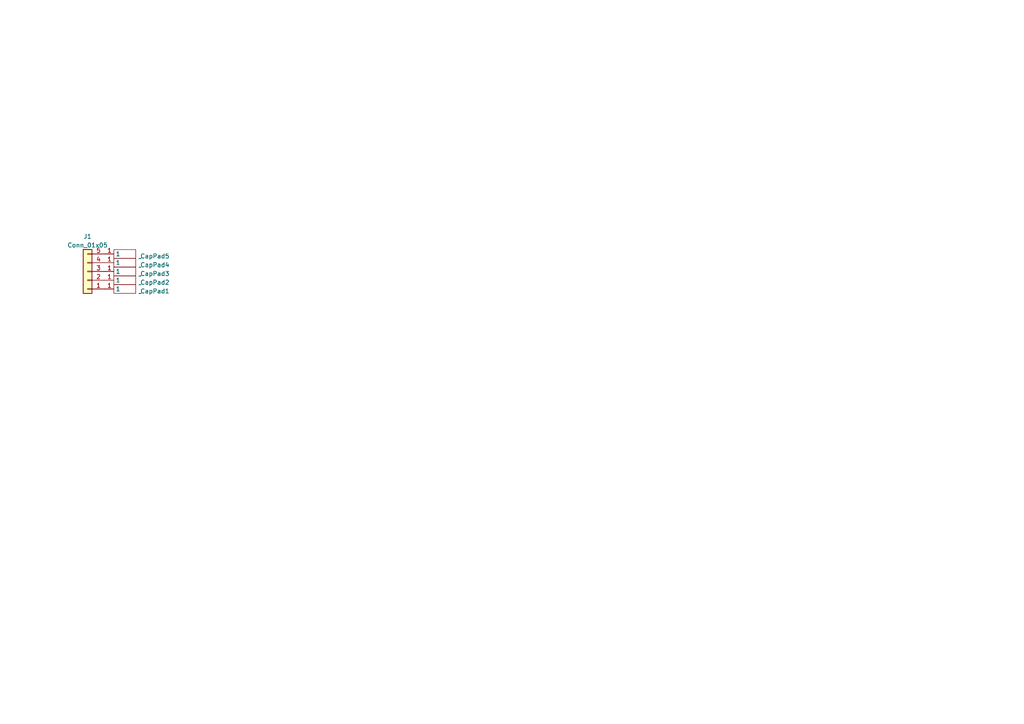
<source format=kicad_sch>
(kicad_sch (version 20230121) (generator eeschema)
  (paper "A4")
  (lib_symbols
    (symbol "Connector_Generic:Conn_01x05" (pin_names (offset 1.016) hide)
      (property "Reference" "J" (at 0 7.62 0))
      (property "Value" "Conn_01x05" (at 0 -7.62 0))
      (symbol "Conn_01x05_1_1"
        (rectangle (start -1.27 -4.953) (end 0 -5.207) (stroke (width 0.1524)))
        (rectangle (start -1.27 -2.413) (end 0 -2.667) (stroke (width 0.1524)))
        (rectangle (start -1.27 0.127) (end 0 -0.127) (stroke (width 0.1524)))
        (rectangle (start -1.27 2.667) (end 0 2.413) (stroke (width 0.1524)))
        (rectangle (start -1.27 5.207) (end 0 4.953) (stroke (width 0.1524)))
        (rectangle (start -1.27 6.35) (end 1.27 -6.35) (stroke (width 0.254)) (fill (type background)))
        (pin passive line (at -5.08 5.08 0) (length 3.81) (name "Pin_1") (number "1"))
        (pin passive line (at -5.08 2.54 0) (length 3.81) (name "Pin_2") (number "2"))
        (pin passive line (at -5.08 0 0) (length 3.81) (name "Pin_3") (number "3"))
        (pin passive line (at -5.08 -2.54 0) (length 3.81) (name "Pin_4") (number "4"))
        (pin passive line (at -5.08 -5.08 0) (length 3.81) (name "Pin_5") (number "5"))
      )
    )
    (symbol "capacitive_pad_40x20_1"
      (property "Reference" "CapPad" (at -3.81 -1.27 0))
      (symbol "capacitive_pad_40x20_1_0_1"
        (rectangle (start 1.27 0) (end 7.62 -2.54))
      )
      (symbol "capacitive_pad_40x20_1_1_1"
        (pin output line (at 10.16 -1.27 180) (length 2.54) (name "1") (number "1"))
      )
    )
  )
  (symbol (lib_name "capacitive_pad_40x20_1") (lib_id "Sensor_Capacitive:capacitive_pad_40x20") (at 40.64 82.55 180) (unit 1)
    (property "Reference" "CapPad2" (at 40.64 81.915 0) (effects (justify right)))
    (property "Value" "~" (at 40.64 82.55 0))
    (property "Footprint" "Sensor_Capacitive:capacitive_pad_20x20" (effects hide))
  )
  (symbol (lib_name "capacitive_pad_40x20_1") (lib_id "Sensor_Capacitive:capacitive_pad_40x20") (at 40.64 74.93 180) (unit 1)
    (property "Reference" "CapPad5" (at 40.64 74.295 0) (effects (justify right)))
    (property "Value" "~" (at 40.64 74.93 0))
    (property "Footprint" "Sensor_Capacitive:capacitive_pad_20x20" (effects hide))
  )
  (symbol (lib_id "Connector_Generic:Conn_01x05") (at 25.4 78.74 180) (unit 1)
    (property "Reference" "J1" (at 25.4 68.58 0))
    (property "Value" "Conn_01x05" (at 25.4 71.12 0))
    (property "Footprint" "Connector_PinHeader_2.54mm:PinHeader_1x05_P2.54mm_Vertical" (effects hide))
  )
  (symbol (lib_name "capacitive_pad_40x20_1") (lib_id "Sensor_Capacitive:capacitive_pad_40x20") (at 40.64 77.47 180) (unit 1)
    (property "Reference" "CapPad4" (at 40.64 76.835 0) (effects (justify right)))
    (property "Value" "~" (at 40.64 77.47 0))
    (property "Footprint" "Sensor_Capacitive:capacitive_pad_20x20" (effects hide))
  )
  (symbol (lib_name "capacitive_pad_40x20_1") (lib_id "Sensor_Capacitive:capacitive_pad_40x20") (at 40.64 80.01 180) (unit 1)
    (property "Reference" "CapPad3" (at 40.64 79.375 0) (effects (justify right)))
    (property "Value" "~" (at 40.64 80.01 0))
    (property "Footprint" "Sensor_Capacitive:capacitive_pad_20x20" (effects hide))
  )
  (symbol (lib_name "capacitive_pad_40x20_1") (lib_id "Sensor_Capacitive:capacitive_pad_40x20") (at 40.64 85.09 180) (unit 1)
    (property "Reference" "CapPad1" (at 40.64 84.455 0) (effects (justify right)))
    (property "Value" "~" (at 40.64 85.09 0))
    (property "Footprint" "Sensor_Capacitive:capacitive_pad_20x20" (effects hide))
  )
)
</source>
